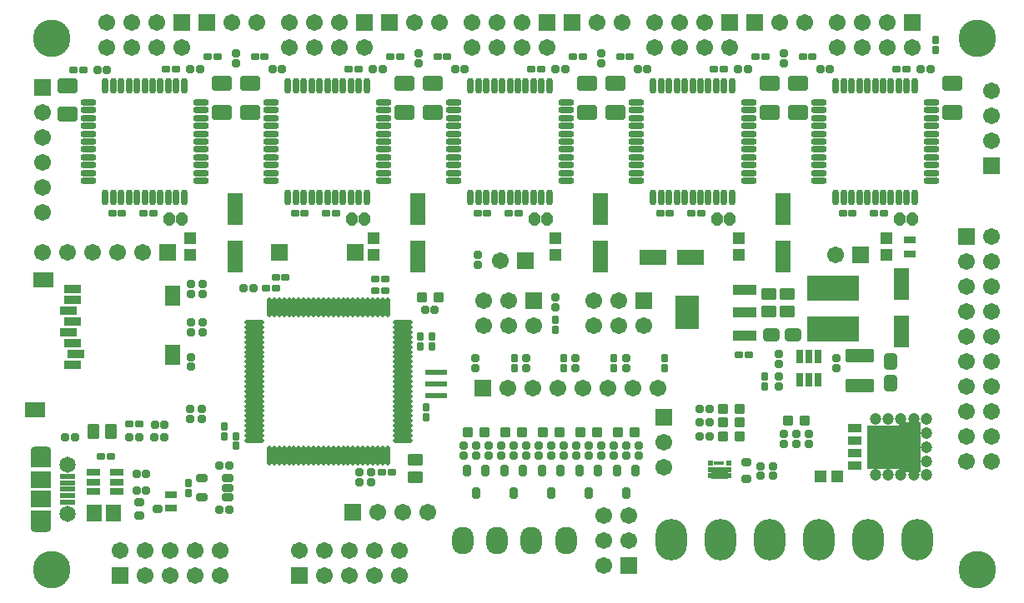
<source format=gts>
G04 Layer_Color=8388736*
%FSLAX44Y44*%
%MOMM*%
G71*
G01*
G75*
G04:AMPARAMS|DCode=128|XSize=1.6032mm|YSize=1.2032mm|CornerRadius=0.2266mm|HoleSize=0mm|Usage=FLASHONLY|Rotation=0.000|XOffset=0mm|YOffset=0mm|HoleType=Round|Shape=RoundedRectangle|*
%AMROUNDEDRECTD128*
21,1,1.6032,0.7500,0,0,0.0*
21,1,1.1500,1.2032,0,0,0.0*
1,1,0.4532,0.5750,-0.3750*
1,1,0.4532,-0.5750,-0.3750*
1,1,0.4532,-0.5750,0.3750*
1,1,0.4532,0.5750,0.3750*
%
%ADD128ROUNDEDRECTD128*%
G04:AMPARAMS|DCode=129|XSize=0.8032mm|YSize=0.8032mm|CornerRadius=0.1616mm|HoleSize=0mm|Usage=FLASHONLY|Rotation=90.000|XOffset=0mm|YOffset=0mm|HoleType=Round|Shape=RoundedRectangle|*
%AMROUNDEDRECTD129*
21,1,0.8032,0.4800,0,0,90.0*
21,1,0.4800,0.8032,0,0,90.0*
1,1,0.3232,0.2400,0.2400*
1,1,0.3232,0.2400,-0.2400*
1,1,0.3232,-0.2400,-0.2400*
1,1,0.3232,-0.2400,0.2400*
%
%ADD129ROUNDEDRECTD129*%
G04:AMPARAMS|DCode=130|XSize=0.7032mm|YSize=0.8032mm|CornerRadius=0.1516mm|HoleSize=0mm|Usage=FLASHONLY|Rotation=180.000|XOffset=0mm|YOffset=0mm|HoleType=Round|Shape=RoundedRectangle|*
%AMROUNDEDRECTD130*
21,1,0.7032,0.5000,0,0,180.0*
21,1,0.4000,0.8032,0,0,180.0*
1,1,0.3032,-0.2000,0.2500*
1,1,0.3032,0.2000,0.2500*
1,1,0.3032,0.2000,-0.2500*
1,1,0.3032,-0.2000,-0.2500*
%
%ADD130ROUNDEDRECTD130*%
G04:AMPARAMS|DCode=131|XSize=0.8032mm|YSize=1.2032mm|CornerRadius=0.1766mm|HoleSize=0mm|Usage=FLASHONLY|Rotation=90.000|XOffset=0mm|YOffset=0mm|HoleType=Round|Shape=RoundedRectangle|*
%AMROUNDEDRECTD131*
21,1,0.8032,0.8500,0,0,90.0*
21,1,0.4500,1.2032,0,0,90.0*
1,1,0.3532,0.4250,0.2250*
1,1,0.3532,0.4250,-0.2250*
1,1,0.3532,-0.4250,-0.2250*
1,1,0.3532,-0.4250,0.2250*
%
%ADD131ROUNDEDRECTD131*%
G04:AMPARAMS|DCode=132|XSize=0.8032mm|YSize=1.0032mm|CornerRadius=0.1616mm|HoleSize=0mm|Usage=FLASHONLY|Rotation=270.000|XOffset=0mm|YOffset=0mm|HoleType=Round|Shape=RoundedRectangle|*
%AMROUNDEDRECTD132*
21,1,0.8032,0.6800,0,0,270.0*
21,1,0.4800,1.0032,0,0,270.0*
1,1,0.3232,-0.3400,-0.2400*
1,1,0.3232,-0.3400,0.2400*
1,1,0.3232,0.3400,0.2400*
1,1,0.3232,0.3400,-0.2400*
%
%ADD132ROUNDEDRECTD132*%
%ADD133R,0.5532X0.5032*%
%ADD134R,1.0732X0.4382*%
%ADD135R,1.7032X1.1532*%
G04:AMPARAMS|DCode=136|XSize=0.8032mm|YSize=0.8032mm|CornerRadius=0.1616mm|HoleSize=0mm|Usage=FLASHONLY|Rotation=0.000|XOffset=0mm|YOffset=0mm|HoleType=Round|Shape=RoundedRectangle|*
%AMROUNDEDRECTD136*
21,1,0.8032,0.4800,0,0,0.0*
21,1,0.4800,0.8032,0,0,0.0*
1,1,0.3232,0.2400,-0.2400*
1,1,0.3232,-0.2400,-0.2400*
1,1,0.3232,-0.2400,0.2400*
1,1,0.3232,0.2400,0.2400*
%
%ADD136ROUNDEDRECTD136*%
G04:AMPARAMS|DCode=137|XSize=0.8032mm|YSize=1.0032mm|CornerRadius=0.2516mm|HoleSize=0mm|Usage=FLASHONLY|Rotation=270.000|XOffset=0mm|YOffset=0mm|HoleType=Round|Shape=RoundedRectangle|*
%AMROUNDEDRECTD137*
21,1,0.8032,0.5000,0,0,270.0*
21,1,0.3000,1.0032,0,0,270.0*
1,1,0.5032,-0.2500,-0.1500*
1,1,0.5032,-0.2500,0.1500*
1,1,0.5032,0.2500,0.1500*
1,1,0.5032,0.2500,-0.1500*
%
%ADD137ROUNDEDRECTD137*%
%ADD138R,1.2032X0.8032*%
%ADD139O,0.5032X2.0032*%
%ADD140O,2.0032X0.5032*%
G04:AMPARAMS|DCode=141|XSize=0.7032mm|YSize=0.8032mm|CornerRadius=0.1516mm|HoleSize=0mm|Usage=FLASHONLY|Rotation=270.000|XOffset=0mm|YOffset=0mm|HoleType=Round|Shape=RoundedRectangle|*
%AMROUNDEDRECTD141*
21,1,0.7032,0.5000,0,0,270.0*
21,1,0.4000,0.8032,0,0,270.0*
1,1,0.3032,-0.2500,-0.2000*
1,1,0.3032,-0.2500,0.2000*
1,1,0.3032,0.2500,0.2000*
1,1,0.3032,0.2500,-0.2000*
%
%ADD141ROUNDEDRECTD141*%
G04:AMPARAMS|DCode=142|XSize=0.8032mm|YSize=1.2032mm|CornerRadius=0.1766mm|HoleSize=0mm|Usage=FLASHONLY|Rotation=180.000|XOffset=0mm|YOffset=0mm|HoleType=Round|Shape=RoundedRectangle|*
%AMROUNDEDRECTD142*
21,1,0.8032,0.8500,0,0,180.0*
21,1,0.4500,1.2032,0,0,180.0*
1,1,0.3532,-0.2250,0.4250*
1,1,0.3532,0.2250,0.4250*
1,1,0.3532,0.2250,-0.4250*
1,1,0.3532,-0.2250,-0.4250*
%
%ADD142ROUNDEDRECTD142*%
%ADD143R,2.1082X1.6256*%
%ADD144R,1.6256X2.0066*%
%ADD145R,1.7272X0.9144*%
G04:AMPARAMS|DCode=146|XSize=1.0032mm|YSize=1.0032mm|CornerRadius=0.2016mm|HoleSize=0mm|Usage=FLASHONLY|Rotation=0.000|XOffset=0mm|YOffset=0mm|HoleType=Round|Shape=RoundedRectangle|*
%AMROUNDEDRECTD146*
21,1,1.0032,0.6000,0,0,0.0*
21,1,0.6000,1.0032,0,0,0.0*
1,1,0.4032,0.3000,-0.3000*
1,1,0.4032,-0.3000,-0.3000*
1,1,0.4032,-0.3000,0.3000*
1,1,0.4032,0.3000,0.3000*
%
%ADD146ROUNDEDRECTD146*%
%ADD147R,2.2032X0.6032*%
%ADD148R,1.7032X1.7032*%
G04:AMPARAMS|DCode=149|XSize=1.6032mm|YSize=1.2032mm|CornerRadius=0.2266mm|HoleSize=0mm|Usage=FLASHONLY|Rotation=90.000|XOffset=0mm|YOffset=0mm|HoleType=Round|Shape=RoundedRectangle|*
%AMROUNDEDRECTD149*
21,1,1.6032,0.7500,0,0,90.0*
21,1,1.1500,1.2032,0,0,90.0*
1,1,0.4532,0.3750,0.5750*
1,1,0.4532,0.3750,-0.5750*
1,1,0.4532,-0.3750,-0.5750*
1,1,0.4532,-0.3750,0.5750*
%
%ADD149ROUNDEDRECTD149*%
%ADD150R,2.1032X1.7032*%
%ADD151R,1.5532X0.6032*%
%ADD152R,1.5032X1.7032*%
%ADD153R,2.7032X1.5032*%
%ADD154R,1.2032X1.3032*%
G04:AMPARAMS|DCode=155|XSize=2.0032mm|YSize=1.5032mm|CornerRadius=0.2641mm|HoleSize=0mm|Usage=FLASHONLY|Rotation=0.000|XOffset=0mm|YOffset=0mm|HoleType=Round|Shape=RoundedRectangle|*
%AMROUNDEDRECTD155*
21,1,2.0032,0.9750,0,0,0.0*
21,1,1.4750,1.5032,0,0,0.0*
1,1,0.5282,0.7375,-0.4875*
1,1,0.5282,-0.7375,-0.4875*
1,1,0.5282,-0.7375,0.4875*
1,1,0.5282,0.7375,0.4875*
%
%ADD155ROUNDEDRECTD155*%
%ADD156R,1.6002X3.2004*%
%ADD157R,2.3532X1.1032*%
%ADD158R,2.3532X3.4532*%
G04:AMPARAMS|DCode=159|XSize=2.9032mm|YSize=1.3532mm|CornerRadius=0.2454mm|HoleSize=0mm|Usage=FLASHONLY|Rotation=180.000|XOffset=0mm|YOffset=0mm|HoleType=Round|Shape=RoundedRectangle|*
%AMROUNDEDRECTD159*
21,1,2.9032,0.8625,0,0,180.0*
21,1,2.4125,1.3532,0,0,180.0*
1,1,0.4907,-1.2063,0.4313*
1,1,0.4907,1.2063,0.4313*
1,1,0.4907,1.2063,-0.4313*
1,1,0.4907,-1.2063,-0.4313*
%
%ADD159ROUNDEDRECTD159*%
%ADD160R,1.3032X1.2032*%
%ADD161R,1.3532X0.9032*%
%ADD162R,3.4032X4.4032*%
%ADD163R,2.2032X5.2032*%
%ADD164R,5.3032X2.5532*%
%ADD165R,0.8032X1.3532*%
G04:AMPARAMS|DCode=166|XSize=1.4032mm|YSize=1.7032mm|CornerRadius=0.4016mm|HoleSize=0mm|Usage=FLASHONLY|Rotation=0.000|XOffset=0mm|YOffset=0mm|HoleType=Round|Shape=RoundedRectangle|*
%AMROUNDEDRECTD166*
21,1,1.4032,0.9000,0,0,0.0*
21,1,0.6000,1.7032,0,0,0.0*
1,1,0.8032,0.3000,-0.4500*
1,1,0.8032,-0.3000,-0.4500*
1,1,0.8032,-0.3000,0.4500*
1,1,0.8032,0.3000,0.4500*
%
%ADD166ROUNDEDRECTD166*%
G04:AMPARAMS|DCode=167|XSize=1.4032mm|YSize=1.7032mm|CornerRadius=0.4016mm|HoleSize=0mm|Usage=FLASHONLY|Rotation=270.000|XOffset=0mm|YOffset=0mm|HoleType=Round|Shape=RoundedRectangle|*
%AMROUNDEDRECTD167*
21,1,1.4032,0.9000,0,0,270.0*
21,1,0.6000,1.7032,0,0,270.0*
1,1,0.8032,-0.4500,-0.3000*
1,1,0.8032,-0.4500,0.3000*
1,1,0.8032,0.4500,0.3000*
1,1,0.8032,0.4500,-0.3000*
%
%ADD167ROUNDEDRECTD167*%
%ADD168R,1.3532X0.8032*%
%ADD169O,0.7532X1.6032*%
%ADD170O,1.6032X0.7532*%
%ADD171C,1.7032*%
%ADD172R,1.7032X1.7032*%
%ADD173C,3.8032*%
G04:AMPARAMS|DCode=174|XSize=1.7032mm|YSize=2.1032mm|CornerRadius=0.4766mm|HoleSize=0mm|Usage=FLASHONLY|Rotation=270.000|XOffset=0mm|YOffset=0mm|HoleType=Round|Shape=RoundedRectangle|*
%AMROUNDEDRECTD174*
21,1,1.7032,1.1500,0,0,270.0*
21,1,0.7500,2.1032,0,0,270.0*
1,1,0.9532,-0.5750,-0.3750*
1,1,0.9532,-0.5750,0.3750*
1,1,0.9532,0.5750,0.3750*
1,1,0.9532,0.5750,-0.3750*
%
%ADD174ROUNDEDRECTD174*%
%ADD175C,1.6532*%
%ADD176C,1.2032*%
%ADD177O,2.2032X2.8032*%
%ADD178O,3.2032X4.2032*%
G04:AMPARAMS|DCode=179|XSize=1.1032mm|YSize=1.3032mm|CornerRadius=0mm|HoleSize=0mm|Usage=FLASHONLY|Rotation=180.000|XOffset=0mm|YOffset=0mm|HoleType=Round|Shape=Octagon|*
%AMOCTAGOND179*
4,1,8,0.2758,-0.6516,-0.2758,-0.6516,-0.5516,-0.3758,-0.5516,0.3758,-0.2758,0.6516,0.2758,0.6516,0.5516,0.3758,0.5516,-0.3758,0.2758,-0.6516,0.0*
%
%ADD179OCTAGOND179*%

D128*
X399000Y124000D02*
D03*
Y142000D02*
D03*
X776365Y310625D02*
D03*
Y292625D02*
D03*
X758365Y292625D02*
D03*
Y310625D02*
D03*
D129*
X126000Y111000D02*
D03*
Y128000D02*
D03*
X43500Y165000D02*
D03*
X53500D02*
D03*
X118500D02*
D03*
X108500D02*
D03*
X144540Y165100D02*
D03*
X134540D02*
D03*
X234500Y316500D02*
D03*
X224500D02*
D03*
X210000Y136000D02*
D03*
X200000D02*
D03*
X210000Y91000D02*
D03*
X200000D02*
D03*
X419000Y294500D02*
D03*
X409000D02*
D03*
X698215Y193800D02*
D03*
X688215D02*
D03*
X698215Y179800D02*
D03*
X688215D02*
D03*
X698215Y165800D02*
D03*
X688215D02*
D03*
X144620Y177800D02*
D03*
X134620D02*
D03*
X912575Y539115D02*
D03*
X922575D02*
D03*
X820340Y539114D02*
D03*
X810340D02*
D03*
X634920D02*
D03*
X624920D02*
D03*
X727155D02*
D03*
X737155D02*
D03*
X541735Y539115D02*
D03*
X551735D02*
D03*
X449500Y539114D02*
D03*
X439500D02*
D03*
X86280Y538480D02*
D03*
X76280D02*
D03*
X170895Y539115D02*
D03*
X180895D02*
D03*
X356315Y539114D02*
D03*
X366315D02*
D03*
X264080D02*
D03*
X254080D02*
D03*
X116000Y128000D02*
D03*
Y111000D02*
D03*
D130*
X410100Y195200D02*
D03*
Y185200D02*
D03*
X168500Y118500D02*
D03*
Y108500D02*
D03*
X205000Y176000D02*
D03*
Y166000D02*
D03*
X404000Y267000D02*
D03*
Y257000D02*
D03*
X416000Y267000D02*
D03*
Y257000D02*
D03*
X217000Y156000D02*
D03*
Y166000D02*
D03*
X541000Y284250D02*
D03*
Y274250D02*
D03*
X927100Y568880D02*
D03*
Y558880D02*
D03*
X499745Y245030D02*
D03*
Y235030D02*
D03*
X549910Y245030D02*
D03*
Y235030D02*
D03*
X600709Y245030D02*
D03*
Y235030D02*
D03*
X652145Y245030D02*
D03*
Y235030D02*
D03*
X754000Y216500D02*
D03*
Y226500D02*
D03*
D131*
X182500Y104000D02*
D03*
X208500Y123000D02*
D03*
Y113500D02*
D03*
Y104000D02*
D03*
X182500Y123000D02*
D03*
D132*
X735000Y139500D02*
D03*
Y122500D02*
D03*
D133*
X698750Y125500D02*
D03*
Y132000D02*
D03*
Y138500D02*
D03*
X717250D02*
D03*
Y132000D02*
D03*
Y125500D02*
D03*
D134*
X707600Y138700D02*
D03*
D135*
X708000Y128750D02*
D03*
D136*
X750000Y125500D02*
D03*
Y135500D02*
D03*
X773420Y545000D02*
D03*
Y555000D02*
D03*
X171500Y246500D02*
D03*
Y236500D02*
D03*
X342000Y129000D02*
D03*
Y119000D02*
D03*
X354000Y129000D02*
D03*
Y119000D02*
D03*
X217000Y545000D02*
D03*
Y555000D02*
D03*
X402500Y545000D02*
D03*
Y555000D02*
D03*
X462280Y340000D02*
D03*
Y350000D02*
D03*
X588000Y545000D02*
D03*
Y555000D02*
D03*
X541000Y297250D02*
D03*
Y307250D02*
D03*
X182500Y193500D02*
D03*
Y183500D02*
D03*
X170500Y193500D02*
D03*
Y183500D02*
D03*
X171000Y320500D02*
D03*
Y310500D02*
D03*
X183000Y320500D02*
D03*
Y310500D02*
D03*
X767935Y239205D02*
D03*
Y249205D02*
D03*
X826690Y245030D02*
D03*
Y235030D02*
D03*
X473710Y146130D02*
D03*
Y156130D02*
D03*
X767935Y226845D02*
D03*
Y216845D02*
D03*
X798650Y158100D02*
D03*
Y168100D02*
D03*
X785950Y168100D02*
D03*
Y158100D02*
D03*
X773250Y158100D02*
D03*
Y168100D02*
D03*
X461010Y146130D02*
D03*
Y156130D02*
D03*
X448310Y146130D02*
D03*
Y156130D02*
D03*
X511810Y146130D02*
D03*
Y156130D02*
D03*
X499110Y146130D02*
D03*
Y156130D02*
D03*
X486410Y146130D02*
D03*
Y156130D02*
D03*
X460375Y245030D02*
D03*
Y235030D02*
D03*
X511810Y245030D02*
D03*
Y235030D02*
D03*
X613410Y245030D02*
D03*
Y235030D02*
D03*
X588010Y146130D02*
D03*
Y156130D02*
D03*
X575310Y146130D02*
D03*
Y156130D02*
D03*
X626110Y146130D02*
D03*
Y156130D02*
D03*
X613410Y146130D02*
D03*
Y156130D02*
D03*
X600710Y146130D02*
D03*
Y156130D02*
D03*
X549910Y146130D02*
D03*
Y156130D02*
D03*
X537210Y146130D02*
D03*
Y156130D02*
D03*
X524510Y146130D02*
D03*
Y156130D02*
D03*
X562610Y146130D02*
D03*
Y156130D02*
D03*
X183500Y271500D02*
D03*
Y281500D02*
D03*
X171500Y271500D02*
D03*
Y281500D02*
D03*
X561974Y245030D02*
D03*
Y235030D02*
D03*
X762000Y135500D02*
D03*
Y125500D02*
D03*
D137*
X118500Y98500D02*
D03*
X137500Y92000D02*
D03*
X118500Y85500D02*
D03*
D138*
X151000Y92500D02*
D03*
Y106500D02*
D03*
X901500Y365500D02*
D03*
Y351500D02*
D03*
D139*
X370900Y146100D02*
D03*
X365900D02*
D03*
X360900D02*
D03*
X355900D02*
D03*
X350900D02*
D03*
X345900D02*
D03*
X340900D02*
D03*
X335900D02*
D03*
X330900D02*
D03*
X325900D02*
D03*
X320900D02*
D03*
X315900D02*
D03*
X310900D02*
D03*
X305900D02*
D03*
X300900D02*
D03*
X295900D02*
D03*
X290900D02*
D03*
X285900D02*
D03*
X280900D02*
D03*
X275900D02*
D03*
X270900D02*
D03*
X265900D02*
D03*
X260900D02*
D03*
X255900D02*
D03*
X250900D02*
D03*
Y297100D02*
D03*
X255900D02*
D03*
X260900D02*
D03*
X265900D02*
D03*
X270900D02*
D03*
X275900D02*
D03*
X280900D02*
D03*
X285900D02*
D03*
X290900D02*
D03*
X295900D02*
D03*
X300900D02*
D03*
X305900D02*
D03*
X310900D02*
D03*
X315900D02*
D03*
X320900D02*
D03*
X325900D02*
D03*
X330900D02*
D03*
X335900D02*
D03*
X340900D02*
D03*
X345900D02*
D03*
X350900D02*
D03*
X355900D02*
D03*
X360900D02*
D03*
X365900D02*
D03*
X370900D02*
D03*
D140*
X235400Y161600D02*
D03*
Y166600D02*
D03*
Y171600D02*
D03*
Y176600D02*
D03*
Y181600D02*
D03*
Y186600D02*
D03*
Y191600D02*
D03*
Y196600D02*
D03*
Y201600D02*
D03*
Y206600D02*
D03*
Y211600D02*
D03*
Y216600D02*
D03*
Y221600D02*
D03*
Y226600D02*
D03*
Y231600D02*
D03*
Y236600D02*
D03*
Y241600D02*
D03*
Y246600D02*
D03*
Y251600D02*
D03*
Y256600D02*
D03*
Y261600D02*
D03*
Y266600D02*
D03*
Y271600D02*
D03*
Y276600D02*
D03*
Y281600D02*
D03*
X386400D02*
D03*
Y276600D02*
D03*
Y271600D02*
D03*
Y266600D02*
D03*
Y261600D02*
D03*
Y256600D02*
D03*
Y251600D02*
D03*
Y246600D02*
D03*
Y241600D02*
D03*
Y236600D02*
D03*
Y231600D02*
D03*
Y226600D02*
D03*
Y221600D02*
D03*
Y216600D02*
D03*
Y211600D02*
D03*
Y206600D02*
D03*
Y201600D02*
D03*
Y196600D02*
D03*
Y191600D02*
D03*
Y186600D02*
D03*
Y181600D02*
D03*
Y176600D02*
D03*
Y171600D02*
D03*
Y166600D02*
D03*
Y161600D02*
D03*
D141*
X358400Y325700D02*
D03*
X368400D02*
D03*
X267400Y327800D02*
D03*
X257400D02*
D03*
X108600Y178000D02*
D03*
X118600D02*
D03*
X247400Y316180D02*
D03*
X257400D02*
D03*
X375250Y129000D02*
D03*
X365250D02*
D03*
X358400Y314200D02*
D03*
X368400D02*
D03*
X90000Y145000D02*
D03*
X80000D02*
D03*
X843200Y392430D02*
D03*
X833200D02*
D03*
X864950D02*
D03*
X874950D02*
D03*
X887810Y539115D02*
D03*
X897810D02*
D03*
X792560Y551815D02*
D03*
X802560D02*
D03*
X607140D02*
D03*
X617140D02*
D03*
X754935D02*
D03*
X744935D02*
D03*
X702390Y539115D02*
D03*
X712390D02*
D03*
X679530Y392430D02*
D03*
X689530D02*
D03*
X657780D02*
D03*
X647780D02*
D03*
X472360D02*
D03*
X462360D02*
D03*
X494110D02*
D03*
X504110D02*
D03*
X516970Y539115D02*
D03*
X526970D02*
D03*
X569515Y551815D02*
D03*
X559515D02*
D03*
X421720D02*
D03*
X431720D02*
D03*
X123270Y392430D02*
D03*
X133270D02*
D03*
X146130Y539115D02*
D03*
X156130D02*
D03*
X101520Y392430D02*
D03*
X91520D02*
D03*
X198675Y551815D02*
D03*
X188675D02*
D03*
X52150Y538480D02*
D03*
X62150D02*
D03*
X308690Y392430D02*
D03*
X318690D02*
D03*
X331550Y539115D02*
D03*
X341550D02*
D03*
X384095Y551815D02*
D03*
X374095D02*
D03*
X236300D02*
D03*
X246300D02*
D03*
X738000Y249000D02*
D03*
X728000D02*
D03*
X286940Y392430D02*
D03*
X276940D02*
D03*
D142*
X613410Y107880D02*
D03*
X603910Y130880D02*
D03*
X622910D02*
D03*
X499110Y107880D02*
D03*
X489610Y130880D02*
D03*
X508610D02*
D03*
X575310Y107880D02*
D03*
X565810Y130880D02*
D03*
X584810D02*
D03*
X461010Y107880D02*
D03*
X451510Y130880D02*
D03*
X470510D02*
D03*
X537210Y107880D02*
D03*
X527710Y130880D02*
D03*
X546710D02*
D03*
D143*
X21800Y324866D02*
D03*
X12800Y192786D02*
D03*
D144*
X152800Y308864D02*
D03*
Y248920D02*
D03*
D145*
X50800Y315722D02*
D03*
Y304800D02*
D03*
X46800Y293878D02*
D03*
X50800Y282702D02*
D03*
X46800Y271780D02*
D03*
X50800Y260858D02*
D03*
X54800Y249682D02*
D03*
X50800Y238760D02*
D03*
D146*
X422500Y307500D02*
D03*
X405500D02*
D03*
X728215Y193800D02*
D03*
X711215D02*
D03*
X728215Y179800D02*
D03*
X711215D02*
D03*
X728215Y165800D02*
D03*
X711215D02*
D03*
X452510Y170180D02*
D03*
X469510D02*
D03*
X490610D02*
D03*
X507610D02*
D03*
X794500Y181500D02*
D03*
X777500D02*
D03*
X621910Y170180D02*
D03*
X604910D02*
D03*
X583810D02*
D03*
X566810D02*
D03*
X545710D02*
D03*
X528710D02*
D03*
D147*
X419900Y207000D02*
D03*
Y219000D02*
D03*
Y231000D02*
D03*
D148*
X338219Y352980D02*
D03*
X261220D02*
D03*
X147320Y353060D02*
D03*
X467360Y214630D02*
D03*
X631190Y303530D02*
D03*
X335280Y88710D02*
D03*
X510540Y344440D02*
D03*
X904139Y586680D02*
D03*
X718719D02*
D03*
X533299D02*
D03*
X162459D02*
D03*
X347879D02*
D03*
X281338Y24100D02*
D03*
X99728D02*
D03*
X850900Y350520D02*
D03*
X744119Y586680D02*
D03*
X187860Y586680D02*
D03*
X373280D02*
D03*
X558700D02*
D03*
X519430Y303530D02*
D03*
D149*
X90500Y170500D02*
D03*
X72500D02*
D03*
D150*
X19000Y81500D02*
D03*
Y102000D02*
D03*
Y122000D02*
D03*
Y142500D02*
D03*
D151*
X46000Y112000D02*
D03*
Y105500D02*
D03*
Y99000D02*
D03*
Y118500D02*
D03*
Y125000D02*
D03*
D152*
X73500Y88000D02*
D03*
X92500D02*
D03*
D153*
X640334Y347980D02*
D03*
X678180D02*
D03*
D154*
X877675Y350275D02*
D03*
Y367275D02*
D03*
X727535Y350275D02*
D03*
Y367275D02*
D03*
X541655Y350275D02*
D03*
Y367275D02*
D03*
X170815Y350275D02*
D03*
Y367275D02*
D03*
X356695Y350275D02*
D03*
Y367275D02*
D03*
D155*
X944245Y495405D02*
D03*
Y524405D02*
D03*
X788035Y495405D02*
D03*
Y524405D02*
D03*
X602615Y495405D02*
D03*
Y524405D02*
D03*
X758825Y495405D02*
D03*
Y524405D02*
D03*
X573405Y495405D02*
D03*
Y524405D02*
D03*
X417195Y495405D02*
D03*
Y524405D02*
D03*
X45720Y522500D02*
D03*
Y493500D02*
D03*
X202565Y495405D02*
D03*
Y524405D02*
D03*
X387985Y495405D02*
D03*
Y524405D02*
D03*
X231775Y495405D02*
D03*
Y524405D02*
D03*
D156*
X772160Y348480D02*
D03*
Y396486D02*
D03*
X586740Y348480D02*
D03*
Y396486D02*
D03*
X215900Y348480D02*
D03*
Y396486D02*
D03*
X401320Y348480D02*
D03*
Y396486D02*
D03*
X892810Y272804D02*
D03*
Y320810D02*
D03*
D157*
X733465Y268565D02*
D03*
Y291465D02*
D03*
Y314365D02*
D03*
D158*
X674965Y291465D02*
D03*
D159*
X850820Y247410D02*
D03*
Y217410D02*
D03*
D160*
X827500Y125000D02*
D03*
X810500D02*
D03*
D161*
X845000Y174050D02*
D03*
Y161350D02*
D03*
Y148650D02*
D03*
Y135950D02*
D03*
D162*
X875000Y155000D02*
D03*
D163*
X900880Y154746D02*
D03*
D164*
X822960Y274525D02*
D03*
Y316025D02*
D03*
D165*
X798750Y246910D02*
D03*
X808250Y246660D02*
D03*
Y223160D02*
D03*
X798750D02*
D03*
X789250D02*
D03*
Y246910D02*
D03*
D166*
X882015Y242140D02*
D03*
Y220140D02*
D03*
D167*
X782525Y268605D02*
D03*
X760525D02*
D03*
D168*
X96250Y129000D02*
D03*
X72500D02*
D03*
Y119500D02*
D03*
Y110000D02*
D03*
X96000D02*
D03*
X96250Y119500D02*
D03*
D169*
X349880Y408455D02*
D03*
X341880D02*
D03*
X333880D02*
D03*
X325880D02*
D03*
X317880D02*
D03*
X309880D02*
D03*
X301880D02*
D03*
X293880D02*
D03*
X285880D02*
D03*
X277880D02*
D03*
X269880D02*
D03*
Y522455D02*
D03*
X277880D02*
D03*
X285880D02*
D03*
X293880D02*
D03*
X301880D02*
D03*
X309880D02*
D03*
X317880D02*
D03*
X325880D02*
D03*
X333880D02*
D03*
X341880D02*
D03*
X349880D02*
D03*
X164460D02*
D03*
X156460D02*
D03*
X148460D02*
D03*
X140460D02*
D03*
X132460D02*
D03*
X124460D02*
D03*
X116460D02*
D03*
X108460D02*
D03*
X100460D02*
D03*
X92460D02*
D03*
X84460D02*
D03*
Y408455D02*
D03*
X92460D02*
D03*
X100460D02*
D03*
X108460D02*
D03*
X116460D02*
D03*
X124460D02*
D03*
X132460D02*
D03*
X140460D02*
D03*
X148460D02*
D03*
X156460D02*
D03*
X164460D02*
D03*
X535300D02*
D03*
X527300D02*
D03*
X519300D02*
D03*
X511300D02*
D03*
X503300D02*
D03*
X495300D02*
D03*
X487300D02*
D03*
X479300D02*
D03*
X471300D02*
D03*
X463300D02*
D03*
X455300D02*
D03*
Y522455D02*
D03*
X463300D02*
D03*
X471300D02*
D03*
X479300D02*
D03*
X487300D02*
D03*
X495300D02*
D03*
X503300D02*
D03*
X511300D02*
D03*
X519300D02*
D03*
X527300D02*
D03*
X535300D02*
D03*
X720720D02*
D03*
X712720D02*
D03*
X704720D02*
D03*
X696720D02*
D03*
X688720D02*
D03*
X680720D02*
D03*
X672720D02*
D03*
X664720D02*
D03*
X656720D02*
D03*
X648720D02*
D03*
X640720D02*
D03*
Y408455D02*
D03*
X648720D02*
D03*
X656720D02*
D03*
X664720D02*
D03*
X672720D02*
D03*
X680720D02*
D03*
X688720D02*
D03*
X696720D02*
D03*
X704720D02*
D03*
X712720D02*
D03*
X720720D02*
D03*
X906140D02*
D03*
X898140D02*
D03*
X890140D02*
D03*
X882140D02*
D03*
X874140D02*
D03*
X866140D02*
D03*
X858140D02*
D03*
X850140D02*
D03*
X842140D02*
D03*
X834140D02*
D03*
X826140D02*
D03*
Y522455D02*
D03*
X834140D02*
D03*
X842140D02*
D03*
X850140D02*
D03*
X858140D02*
D03*
X866140D02*
D03*
X874140D02*
D03*
X882140D02*
D03*
X890140D02*
D03*
X898140D02*
D03*
X906140D02*
D03*
D170*
X252880Y425455D02*
D03*
Y433455D02*
D03*
Y441455D02*
D03*
Y449455D02*
D03*
Y457455D02*
D03*
Y465455D02*
D03*
Y473455D02*
D03*
Y481455D02*
D03*
Y489455D02*
D03*
Y497455D02*
D03*
Y505455D02*
D03*
X366880D02*
D03*
Y497455D02*
D03*
Y489455D02*
D03*
Y481455D02*
D03*
Y473455D02*
D03*
Y465455D02*
D03*
Y457455D02*
D03*
Y449455D02*
D03*
Y441455D02*
D03*
Y433455D02*
D03*
Y425455D02*
D03*
X181460D02*
D03*
Y433455D02*
D03*
Y441455D02*
D03*
Y449455D02*
D03*
Y457455D02*
D03*
Y465455D02*
D03*
Y473455D02*
D03*
Y481455D02*
D03*
Y489455D02*
D03*
Y497455D02*
D03*
Y505455D02*
D03*
X67460D02*
D03*
Y497455D02*
D03*
Y489455D02*
D03*
Y481455D02*
D03*
Y473455D02*
D03*
Y465455D02*
D03*
Y457455D02*
D03*
Y449455D02*
D03*
Y441455D02*
D03*
Y433455D02*
D03*
Y425455D02*
D03*
X438300D02*
D03*
Y433455D02*
D03*
Y441455D02*
D03*
Y449455D02*
D03*
Y457455D02*
D03*
Y465455D02*
D03*
Y473455D02*
D03*
Y481455D02*
D03*
Y489455D02*
D03*
Y497455D02*
D03*
Y505455D02*
D03*
X552300D02*
D03*
Y497455D02*
D03*
Y489455D02*
D03*
Y481455D02*
D03*
Y473455D02*
D03*
Y465455D02*
D03*
Y457455D02*
D03*
Y449455D02*
D03*
Y441455D02*
D03*
Y433455D02*
D03*
Y425455D02*
D03*
X737720D02*
D03*
Y433455D02*
D03*
Y441455D02*
D03*
Y449455D02*
D03*
Y457455D02*
D03*
Y465455D02*
D03*
Y473455D02*
D03*
Y481455D02*
D03*
Y489455D02*
D03*
Y497455D02*
D03*
Y505455D02*
D03*
X623720D02*
D03*
Y497455D02*
D03*
Y489455D02*
D03*
Y481455D02*
D03*
Y473455D02*
D03*
Y465455D02*
D03*
Y457455D02*
D03*
Y449455D02*
D03*
Y441455D02*
D03*
Y433455D02*
D03*
Y425455D02*
D03*
X809140D02*
D03*
Y433455D02*
D03*
Y441455D02*
D03*
Y449455D02*
D03*
Y457455D02*
D03*
Y465455D02*
D03*
Y473455D02*
D03*
Y481455D02*
D03*
Y489455D02*
D03*
Y497455D02*
D03*
Y505455D02*
D03*
X923140D02*
D03*
Y497455D02*
D03*
Y489455D02*
D03*
Y481455D02*
D03*
Y473455D02*
D03*
Y465455D02*
D03*
Y457455D02*
D03*
Y449455D02*
D03*
Y441455D02*
D03*
Y433455D02*
D03*
Y425455D02*
D03*
D171*
X20320Y353060D02*
D03*
X121920D02*
D03*
X96520D02*
D03*
X71120D02*
D03*
X45720D02*
D03*
X590550Y34290D02*
D03*
X615950Y59690D02*
D03*
X590550D02*
D03*
X615950Y85090D02*
D03*
X590550D02*
D03*
X594360Y214630D02*
D03*
X492760D02*
D03*
X518160D02*
D03*
X543560D02*
D03*
X568960D02*
D03*
X619760D02*
D03*
X645160D02*
D03*
X631190Y278130D02*
D03*
X605790Y303530D02*
D03*
Y278130D02*
D03*
X580390Y303530D02*
D03*
Y278130D02*
D03*
X411480Y88710D02*
D03*
X386080D02*
D03*
X360680D02*
D03*
X984400Y517200D02*
D03*
Y491800D02*
D03*
Y466400D02*
D03*
X485140Y344440D02*
D03*
X904139Y561280D02*
D03*
X878739D02*
D03*
X853339D02*
D03*
X827939D02*
D03*
X878739Y586680D02*
D03*
X853339D02*
D03*
X827939D02*
D03*
X718719Y561280D02*
D03*
X693319D02*
D03*
X667919D02*
D03*
X642519D02*
D03*
X693319Y586680D02*
D03*
X667919D02*
D03*
X642519D02*
D03*
X533299Y561280D02*
D03*
X507899D02*
D03*
X482499D02*
D03*
X457099D02*
D03*
X507899Y586680D02*
D03*
X482499D02*
D03*
X457099D02*
D03*
X162459Y561280D02*
D03*
X137059D02*
D03*
X111659D02*
D03*
X86259D02*
D03*
X137059Y586680D02*
D03*
X111659D02*
D03*
X86259D02*
D03*
X347879Y561280D02*
D03*
X322479D02*
D03*
X297079D02*
D03*
X271679D02*
D03*
X322479Y586680D02*
D03*
X297079D02*
D03*
X271679D02*
D03*
X281338Y49500D02*
D03*
X306738Y24100D02*
D03*
Y49500D02*
D03*
X332138Y24100D02*
D03*
Y49500D02*
D03*
X357538Y24100D02*
D03*
Y49500D02*
D03*
X382938Y24100D02*
D03*
Y49500D02*
D03*
X99728D02*
D03*
X125128Y24100D02*
D03*
Y49500D02*
D03*
X150528Y24100D02*
D03*
Y49500D02*
D03*
X175928Y24100D02*
D03*
Y49500D02*
D03*
X201328Y24100D02*
D03*
Y49500D02*
D03*
X825500Y350520D02*
D03*
X984400Y216900D02*
D03*
X959000D02*
D03*
X984400Y242300D02*
D03*
X959000D02*
D03*
X984400Y267700D02*
D03*
X959000D02*
D03*
X984400Y293100D02*
D03*
X959000D02*
D03*
X984400Y318500D02*
D03*
X959000D02*
D03*
X984400Y343900D02*
D03*
X959000D02*
D03*
X984400Y369300D02*
D03*
X959000Y191500D02*
D03*
X984400D02*
D03*
Y166100D02*
D03*
X959000D02*
D03*
Y140700D02*
D03*
X984400D02*
D03*
X769519Y586680D02*
D03*
X794919D02*
D03*
X651510Y160020D02*
D03*
Y134620D02*
D03*
X213260Y586680D02*
D03*
X238660D02*
D03*
X398680D02*
D03*
X424080D02*
D03*
X584100D02*
D03*
X609500D02*
D03*
X20320Y393700D02*
D03*
Y495300D02*
D03*
Y469900D02*
D03*
Y444500D02*
D03*
Y419100D02*
D03*
X519430Y278130D02*
D03*
X494030Y303530D02*
D03*
Y278130D02*
D03*
X468630Y303530D02*
D03*
Y278130D02*
D03*
D172*
X615950Y34290D02*
D03*
X984400Y441000D02*
D03*
X959000Y369300D02*
D03*
X651510Y185420D02*
D03*
X20320Y520700D02*
D03*
D173*
X970000Y30000D02*
D03*
X30000D02*
D03*
X970000Y570000D02*
D03*
X30000D02*
D03*
D174*
X19000Y77000D02*
D03*
Y147000D02*
D03*
D175*
X46000Y87000D02*
D03*
Y137000D02*
D03*
D176*
X918020Y155004D02*
D03*
X905066Y126429D02*
D03*
X866204D02*
D03*
X905066Y183579D02*
D03*
X866204D02*
D03*
X918020Y126429D02*
D03*
X879158D02*
D03*
X918020Y140717D02*
D03*
Y169292D02*
D03*
Y183579D02*
D03*
X879158D02*
D03*
X892112Y126429D02*
D03*
Y183579D02*
D03*
D177*
X447050Y60000D02*
D03*
X482050D02*
D03*
X517049D02*
D03*
X552050D02*
D03*
D178*
X658730Y61000D02*
D03*
X708730D02*
D03*
X808730D02*
D03*
X758730D02*
D03*
X858730D02*
D03*
X908730D02*
D03*
D179*
X162200Y386500D02*
D03*
X149500D02*
D03*
X347620D02*
D03*
X334920D02*
D03*
X533085Y386545D02*
D03*
X520385D02*
D03*
X718505D02*
D03*
X705805D02*
D03*
X903925D02*
D03*
X891225D02*
D03*
M02*

</source>
